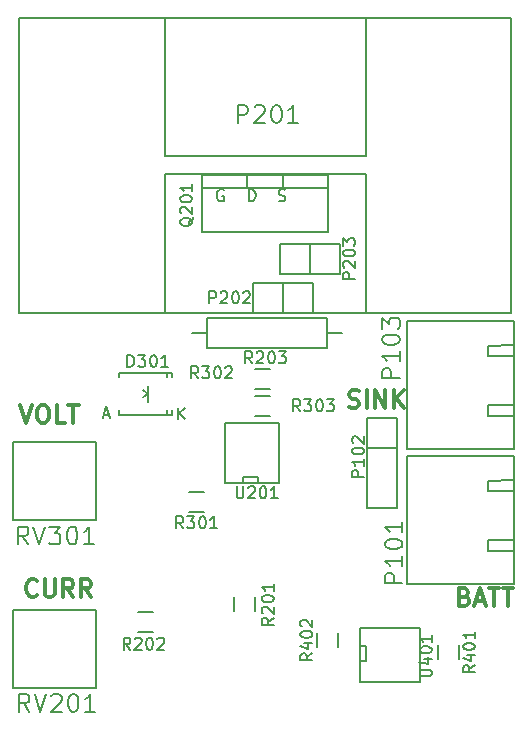
<source format=gto>
G04 #@! TF.FileFunction,Legend,Top*
%FSLAX46Y46*%
G04 Gerber Fmt 4.6, Leading zero omitted, Abs format (unit mm)*
G04 Created by KiCad (PCBNEW (2015-01-29 BZR 5396)-product) date 2/26/2015 9:25:46 PM*
%MOMM*%
G01*
G04 APERTURE LIST*
%ADD10C,0.100000*%
%ADD11C,0.300000*%
%ADD12C,0.150000*%
%ADD13R,3.500120X1.800860*%
%ADD14O,1.501140X2.499360*%
%ADD15R,1.300000X1.500000*%
%ADD16R,1.500000X1.300000*%
%ADD17C,1.998980*%
%ADD18R,1.143000X0.508000*%
%ADD19R,0.508000X1.143000*%
%ADD20C,2.500000*%
%ADD21C,2.600000*%
%ADD22R,2.032000X1.727200*%
%ADD23O,2.032000X1.727200*%
%ADD24R,2.032000X2.032000*%
%ADD25O,2.032000X2.032000*%
%ADD26C,1.200000*%
G04 APERTURE END LIST*
D10*
D11*
X149935714Y-100778571D02*
X150435714Y-102278571D01*
X150935714Y-100778571D01*
X151721428Y-100778571D02*
X152007142Y-100778571D01*
X152150000Y-100850000D01*
X152292857Y-100992857D01*
X152364285Y-101278571D01*
X152364285Y-101778571D01*
X152292857Y-102064286D01*
X152150000Y-102207143D01*
X152007142Y-102278571D01*
X151721428Y-102278571D01*
X151578571Y-102207143D01*
X151435714Y-102064286D01*
X151364285Y-101778571D01*
X151364285Y-101278571D01*
X151435714Y-100992857D01*
X151578571Y-100850000D01*
X151721428Y-100778571D01*
X153721429Y-102278571D02*
X153007143Y-102278571D01*
X153007143Y-100778571D01*
X154007143Y-100778571D02*
X154864286Y-100778571D01*
X154435715Y-102278571D02*
X154435715Y-100778571D01*
X151340572Y-116867714D02*
X151269143Y-116939143D01*
X151054857Y-117010571D01*
X150912000Y-117010571D01*
X150697715Y-116939143D01*
X150554857Y-116796286D01*
X150483429Y-116653429D01*
X150412000Y-116367714D01*
X150412000Y-116153429D01*
X150483429Y-115867714D01*
X150554857Y-115724857D01*
X150697715Y-115582000D01*
X150912000Y-115510571D01*
X151054857Y-115510571D01*
X151269143Y-115582000D01*
X151340572Y-115653429D01*
X151983429Y-115510571D02*
X151983429Y-116724857D01*
X152054857Y-116867714D01*
X152126286Y-116939143D01*
X152269143Y-117010571D01*
X152554857Y-117010571D01*
X152697715Y-116939143D01*
X152769143Y-116867714D01*
X152840572Y-116724857D01*
X152840572Y-115510571D01*
X154412001Y-117010571D02*
X153912001Y-116296286D01*
X153554858Y-117010571D02*
X153554858Y-115510571D01*
X154126286Y-115510571D01*
X154269144Y-115582000D01*
X154340572Y-115653429D01*
X154412001Y-115796286D01*
X154412001Y-116010571D01*
X154340572Y-116153429D01*
X154269144Y-116224857D01*
X154126286Y-116296286D01*
X153554858Y-116296286D01*
X155912001Y-117010571D02*
X155412001Y-116296286D01*
X155054858Y-117010571D02*
X155054858Y-115510571D01*
X155626286Y-115510571D01*
X155769144Y-115582000D01*
X155840572Y-115653429D01*
X155912001Y-115796286D01*
X155912001Y-116010571D01*
X155840572Y-116153429D01*
X155769144Y-116224857D01*
X155626286Y-116296286D01*
X155054858Y-116296286D01*
X177764571Y-100937143D02*
X177978857Y-101008571D01*
X178336000Y-101008571D01*
X178478857Y-100937143D01*
X178550286Y-100865714D01*
X178621714Y-100722857D01*
X178621714Y-100580000D01*
X178550286Y-100437143D01*
X178478857Y-100365714D01*
X178336000Y-100294286D01*
X178050286Y-100222857D01*
X177907428Y-100151429D01*
X177836000Y-100080000D01*
X177764571Y-99937143D01*
X177764571Y-99794286D01*
X177836000Y-99651429D01*
X177907428Y-99580000D01*
X178050286Y-99508571D01*
X178407428Y-99508571D01*
X178621714Y-99580000D01*
X179264571Y-101008571D02*
X179264571Y-99508571D01*
X179978857Y-101008571D02*
X179978857Y-99508571D01*
X180836000Y-101008571D01*
X180836000Y-99508571D01*
X181550286Y-101008571D02*
X181550286Y-99508571D01*
X182407429Y-101008571D02*
X181764572Y-100151429D01*
X182407429Y-99508571D02*
X181550286Y-100365714D01*
X187551429Y-116986857D02*
X187765715Y-117058286D01*
X187837143Y-117129714D01*
X187908572Y-117272571D01*
X187908572Y-117486857D01*
X187837143Y-117629714D01*
X187765715Y-117701143D01*
X187622857Y-117772571D01*
X187051429Y-117772571D01*
X187051429Y-116272571D01*
X187551429Y-116272571D01*
X187694286Y-116344000D01*
X187765715Y-116415429D01*
X187837143Y-116558286D01*
X187837143Y-116701143D01*
X187765715Y-116844000D01*
X187694286Y-116915429D01*
X187551429Y-116986857D01*
X187051429Y-116986857D01*
X188480000Y-117344000D02*
X189194286Y-117344000D01*
X188337143Y-117772571D02*
X188837143Y-116272571D01*
X189337143Y-117772571D01*
X189622857Y-116272571D02*
X190480000Y-116272571D01*
X190051429Y-117772571D02*
X190051429Y-116272571D01*
X190765714Y-116272571D02*
X191622857Y-116272571D01*
X191194286Y-117772571D02*
X191194286Y-116272571D01*
D12*
X160728660Y-99171760D02*
X160728660Y-100472240D01*
X160728660Y-99822000D02*
X160327340Y-100070920D01*
X160728660Y-99822000D02*
X160327340Y-99522280D01*
X162328860Y-101572060D02*
X162328860Y-101221540D01*
X162328860Y-98071940D02*
X162328860Y-98422460D01*
X162778440Y-101572060D02*
X162778440Y-101221540D01*
X158277560Y-101572060D02*
X158277560Y-101221540D01*
X158277560Y-98071940D02*
X158277560Y-98422460D01*
X162778440Y-98071940D02*
X162778440Y-98422460D01*
X158277560Y-101572060D02*
X162778440Y-101572060D01*
X158277560Y-98071940D02*
X162778440Y-98071940D01*
X169164000Y-81280000D02*
X169164000Y-82423000D01*
X172212000Y-81280000D02*
X172212000Y-82423000D01*
X176022000Y-82423000D02*
X176022000Y-86106000D01*
X176022000Y-86106000D02*
X165354000Y-86106000D01*
X165354000Y-86106000D02*
X165354000Y-82423000D01*
X176022000Y-81280000D02*
X176022000Y-82423000D01*
X176022000Y-82423000D02*
X165354000Y-82423000D01*
X165354000Y-82423000D02*
X165354000Y-81280000D01*
X170688000Y-81280000D02*
X165354000Y-81280000D01*
X170688000Y-81280000D02*
X176022000Y-81280000D01*
X169785000Y-117002000D02*
X169785000Y-118202000D01*
X168035000Y-118202000D02*
X168035000Y-117002000D01*
X161128000Y-120001000D02*
X159928000Y-120001000D01*
X159928000Y-118251000D02*
X161128000Y-118251000D01*
X175860000Y-95950000D02*
X175860000Y-93410000D01*
X175860000Y-93410000D02*
X165700000Y-93410000D01*
X165700000Y-93410000D02*
X165700000Y-95950000D01*
X165700000Y-95950000D02*
X175860000Y-95950000D01*
X164430000Y-94680000D02*
X165700000Y-94680000D01*
X177130000Y-94680000D02*
X175860000Y-94680000D01*
X165446000Y-109841000D02*
X164246000Y-109841000D01*
X164246000Y-108091000D02*
X165446000Y-108091000D01*
X169834000Y-99963000D02*
X171034000Y-99963000D01*
X171034000Y-101713000D02*
X169834000Y-101713000D01*
X171034000Y-99427000D02*
X169834000Y-99427000D01*
X169834000Y-97677000D02*
X171034000Y-97677000D01*
X185307000Y-122266000D02*
X185307000Y-121066000D01*
X187057000Y-121066000D02*
X187057000Y-122266000D01*
X176800000Y-120075000D02*
X176800000Y-121275000D01*
X175050000Y-121275000D02*
X175050000Y-120075000D01*
X167274000Y-107376000D02*
X167274000Y-102296000D01*
X167274000Y-102296000D02*
X171846000Y-102296000D01*
X171846000Y-102296000D02*
X171846000Y-107376000D01*
X171846000Y-107376000D02*
X167274000Y-107376000D01*
X168798000Y-107376000D02*
X168798000Y-106868000D01*
X168798000Y-106868000D02*
X170068000Y-106868000D01*
X170068000Y-106868000D02*
X170068000Y-107376000D01*
X178708000Y-119676000D02*
X183788000Y-119676000D01*
X183788000Y-119676000D02*
X183788000Y-124248000D01*
X183788000Y-124248000D02*
X178708000Y-124248000D01*
X178708000Y-124248000D02*
X178708000Y-119676000D01*
X178708000Y-121200000D02*
X179216000Y-121200000D01*
X179216000Y-121200000D02*
X179216000Y-122470000D01*
X179216000Y-122470000D02*
X178708000Y-122470000D01*
X179160000Y-81214000D02*
X179160000Y-92964000D01*
X179160000Y-79714000D02*
X179160000Y-67964000D01*
X162160000Y-79714000D02*
X162160000Y-67964000D01*
X162160000Y-81214000D02*
X162160000Y-92964000D01*
X162160000Y-81214000D02*
X179160000Y-81214000D01*
X162160000Y-79714000D02*
X179160000Y-79714000D01*
X149860000Y-92964000D02*
X149860000Y-67964000D01*
X191460000Y-67964000D02*
X149860000Y-67964000D01*
X191460000Y-92964000D02*
X191460000Y-67964000D01*
X149860000Y-92964000D02*
X191460000Y-92964000D01*
X189508000Y-107160000D02*
X191648000Y-107140000D01*
X189528000Y-108030000D02*
X189508000Y-107160000D01*
X191668000Y-108030000D02*
X189528000Y-108030000D01*
X191688000Y-113100000D02*
X189548000Y-113100000D01*
X189548000Y-113100000D02*
X189528000Y-112230000D01*
X189528000Y-112230000D02*
X191668000Y-112210000D01*
X182698000Y-115880000D02*
X191698000Y-115880000D01*
X191698000Y-115880000D02*
X191698000Y-105100000D01*
X182698000Y-105100000D02*
X191698000Y-105100000D01*
X182698000Y-115880000D02*
X182698000Y-105100000D01*
X189508000Y-95730000D02*
X191648000Y-95710000D01*
X189528000Y-96600000D02*
X189508000Y-95730000D01*
X191668000Y-96600000D02*
X189528000Y-96600000D01*
X191688000Y-101670000D02*
X189548000Y-101670000D01*
X189548000Y-101670000D02*
X189528000Y-100800000D01*
X189528000Y-100800000D02*
X191668000Y-100780000D01*
X182698000Y-104450000D02*
X191698000Y-104450000D01*
X191698000Y-104450000D02*
X191698000Y-93670000D01*
X182698000Y-93670000D02*
X191698000Y-93670000D01*
X182698000Y-104450000D02*
X182698000Y-93670000D01*
X179324000Y-104394000D02*
X179324000Y-109474000D01*
X179324000Y-109474000D02*
X181864000Y-109474000D01*
X181864000Y-109474000D02*
X181864000Y-104394000D01*
X181864000Y-101854000D02*
X181864000Y-104394000D01*
X181864000Y-104394000D02*
X179324000Y-104394000D01*
X181864000Y-101854000D02*
X179324000Y-101854000D01*
X179324000Y-101854000D02*
X179324000Y-104394000D01*
X172212000Y-92964000D02*
X172212000Y-90424000D01*
X174752000Y-92964000D02*
X174752000Y-90424000D01*
X174752000Y-90424000D02*
X172212000Y-90424000D01*
X172212000Y-90424000D02*
X169672000Y-90424000D01*
X169672000Y-90424000D02*
X169672000Y-92964000D01*
X169672000Y-92964000D02*
X174752000Y-92964000D01*
X174498000Y-87122000D02*
X174498000Y-89662000D01*
X171958000Y-87122000D02*
X171958000Y-89662000D01*
X171958000Y-89662000D02*
X174498000Y-89662000D01*
X174498000Y-89662000D02*
X177038000Y-89662000D01*
X177038000Y-89662000D02*
X177038000Y-87122000D01*
X177038000Y-87122000D02*
X171958000Y-87122000D01*
X149352000Y-103886000D02*
X156342000Y-103886000D01*
X156342000Y-110486000D02*
X156342000Y-103886000D01*
X149352000Y-110486000D02*
X156342000Y-110486000D01*
X149352000Y-103886000D02*
X149352000Y-110486000D01*
X149352000Y-118110000D02*
X156342000Y-118110000D01*
X156342000Y-124710000D02*
X156342000Y-118110000D01*
X149352000Y-124710000D02*
X156342000Y-124710000D01*
X149352000Y-118110000D02*
X149352000Y-124710000D01*
X159007524Y-97524381D02*
X159007524Y-96524381D01*
X159245619Y-96524381D01*
X159388477Y-96572000D01*
X159483715Y-96667238D01*
X159531334Y-96762476D01*
X159578953Y-96952952D01*
X159578953Y-97095810D01*
X159531334Y-97286286D01*
X159483715Y-97381524D01*
X159388477Y-97476762D01*
X159245619Y-97524381D01*
X159007524Y-97524381D01*
X159912286Y-96524381D02*
X160531334Y-96524381D01*
X160198000Y-96905333D01*
X160340858Y-96905333D01*
X160436096Y-96952952D01*
X160483715Y-97000571D01*
X160531334Y-97095810D01*
X160531334Y-97333905D01*
X160483715Y-97429143D01*
X160436096Y-97476762D01*
X160340858Y-97524381D01*
X160055143Y-97524381D01*
X159959905Y-97476762D01*
X159912286Y-97429143D01*
X161150381Y-96524381D02*
X161245620Y-96524381D01*
X161340858Y-96572000D01*
X161388477Y-96619619D01*
X161436096Y-96714857D01*
X161483715Y-96905333D01*
X161483715Y-97143429D01*
X161436096Y-97333905D01*
X161388477Y-97429143D01*
X161340858Y-97476762D01*
X161245620Y-97524381D01*
X161150381Y-97524381D01*
X161055143Y-97476762D01*
X161007524Y-97429143D01*
X160959905Y-97333905D01*
X160912286Y-97143429D01*
X160912286Y-96905333D01*
X160959905Y-96714857D01*
X161007524Y-96619619D01*
X161055143Y-96572000D01*
X161150381Y-96524381D01*
X162436096Y-97524381D02*
X161864667Y-97524381D01*
X162150381Y-97524381D02*
X162150381Y-96524381D01*
X162055143Y-96667238D01*
X161959905Y-96762476D01*
X161864667Y-96810095D01*
X156990445Y-101588867D02*
X157466636Y-101588867D01*
X156895207Y-101874581D02*
X157228540Y-100874581D01*
X157561874Y-101874581D01*
X163265835Y-101973641D02*
X163265835Y-100973641D01*
X163837264Y-101973641D02*
X163408692Y-101402212D01*
X163837264Y-100973641D02*
X163265835Y-101545070D01*
X164567619Y-84877619D02*
X164520000Y-84972857D01*
X164424762Y-85068095D01*
X164281905Y-85210952D01*
X164234286Y-85306191D01*
X164234286Y-85401429D01*
X164472381Y-85353810D02*
X164424762Y-85449048D01*
X164329524Y-85544286D01*
X164139048Y-85591905D01*
X163805714Y-85591905D01*
X163615238Y-85544286D01*
X163520000Y-85449048D01*
X163472381Y-85353810D01*
X163472381Y-85163333D01*
X163520000Y-85068095D01*
X163615238Y-84972857D01*
X163805714Y-84925238D01*
X164139048Y-84925238D01*
X164329524Y-84972857D01*
X164424762Y-85068095D01*
X164472381Y-85163333D01*
X164472381Y-85353810D01*
X163567619Y-84544286D02*
X163520000Y-84496667D01*
X163472381Y-84401429D01*
X163472381Y-84163333D01*
X163520000Y-84068095D01*
X163567619Y-84020476D01*
X163662857Y-83972857D01*
X163758095Y-83972857D01*
X163900952Y-84020476D01*
X164472381Y-84591905D01*
X164472381Y-83972857D01*
X163472381Y-83353810D02*
X163472381Y-83258571D01*
X163520000Y-83163333D01*
X163567619Y-83115714D01*
X163662857Y-83068095D01*
X163853333Y-83020476D01*
X164091429Y-83020476D01*
X164281905Y-83068095D01*
X164377143Y-83115714D01*
X164424762Y-83163333D01*
X164472381Y-83258571D01*
X164472381Y-83353810D01*
X164424762Y-83449048D01*
X164377143Y-83496667D01*
X164281905Y-83544286D01*
X164091429Y-83591905D01*
X163853333Y-83591905D01*
X163662857Y-83544286D01*
X163567619Y-83496667D01*
X163520000Y-83449048D01*
X163472381Y-83353810D01*
X164472381Y-82068095D02*
X164472381Y-82639524D01*
X164472381Y-82353810D02*
X163472381Y-82353810D01*
X163615238Y-82449048D01*
X163710476Y-82544286D01*
X163758095Y-82639524D01*
X171799286Y-83462762D02*
X171942143Y-83510381D01*
X172180239Y-83510381D01*
X172275477Y-83462762D01*
X172323096Y-83415143D01*
X172370715Y-83319905D01*
X172370715Y-83224667D01*
X172323096Y-83129429D01*
X172275477Y-83081810D01*
X172180239Y-83034190D01*
X171989762Y-82986571D01*
X171894524Y-82938952D01*
X171846905Y-82891333D01*
X171799286Y-82796095D01*
X171799286Y-82700857D01*
X171846905Y-82605619D01*
X171894524Y-82558000D01*
X171989762Y-82510381D01*
X172227858Y-82510381D01*
X172370715Y-82558000D01*
X169283095Y-83510381D02*
X169283095Y-82510381D01*
X169521190Y-82510381D01*
X169664048Y-82558000D01*
X169759286Y-82653238D01*
X169806905Y-82748476D01*
X169854524Y-82938952D01*
X169854524Y-83081810D01*
X169806905Y-83272286D01*
X169759286Y-83367524D01*
X169664048Y-83462762D01*
X169521190Y-83510381D01*
X169283095Y-83510381D01*
X167139905Y-82558000D02*
X167044667Y-82510381D01*
X166901810Y-82510381D01*
X166758952Y-82558000D01*
X166663714Y-82653238D01*
X166616095Y-82748476D01*
X166568476Y-82938952D01*
X166568476Y-83081810D01*
X166616095Y-83272286D01*
X166663714Y-83367524D01*
X166758952Y-83462762D01*
X166901810Y-83510381D01*
X166997048Y-83510381D01*
X167139905Y-83462762D01*
X167187524Y-83415143D01*
X167187524Y-83081810D01*
X166997048Y-83081810D01*
X171382381Y-118781047D02*
X170906190Y-119114381D01*
X171382381Y-119352476D02*
X170382381Y-119352476D01*
X170382381Y-118971523D01*
X170430000Y-118876285D01*
X170477619Y-118828666D01*
X170572857Y-118781047D01*
X170715714Y-118781047D01*
X170810952Y-118828666D01*
X170858571Y-118876285D01*
X170906190Y-118971523D01*
X170906190Y-119352476D01*
X170477619Y-118400095D02*
X170430000Y-118352476D01*
X170382381Y-118257238D01*
X170382381Y-118019142D01*
X170430000Y-117923904D01*
X170477619Y-117876285D01*
X170572857Y-117828666D01*
X170668095Y-117828666D01*
X170810952Y-117876285D01*
X171382381Y-118447714D01*
X171382381Y-117828666D01*
X170382381Y-117209619D02*
X170382381Y-117114380D01*
X170430000Y-117019142D01*
X170477619Y-116971523D01*
X170572857Y-116923904D01*
X170763333Y-116876285D01*
X171001429Y-116876285D01*
X171191905Y-116923904D01*
X171287143Y-116971523D01*
X171334762Y-117019142D01*
X171382381Y-117114380D01*
X171382381Y-117209619D01*
X171334762Y-117304857D01*
X171287143Y-117352476D01*
X171191905Y-117400095D01*
X171001429Y-117447714D01*
X170763333Y-117447714D01*
X170572857Y-117400095D01*
X170477619Y-117352476D01*
X170430000Y-117304857D01*
X170382381Y-117209619D01*
X171382381Y-115923904D02*
X171382381Y-116495333D01*
X171382381Y-116209619D02*
X170382381Y-116209619D01*
X170525238Y-116304857D01*
X170620476Y-116400095D01*
X170668095Y-116495333D01*
X159248953Y-121478381D02*
X158915619Y-121002190D01*
X158677524Y-121478381D02*
X158677524Y-120478381D01*
X159058477Y-120478381D01*
X159153715Y-120526000D01*
X159201334Y-120573619D01*
X159248953Y-120668857D01*
X159248953Y-120811714D01*
X159201334Y-120906952D01*
X159153715Y-120954571D01*
X159058477Y-121002190D01*
X158677524Y-121002190D01*
X159629905Y-120573619D02*
X159677524Y-120526000D01*
X159772762Y-120478381D01*
X160010858Y-120478381D01*
X160106096Y-120526000D01*
X160153715Y-120573619D01*
X160201334Y-120668857D01*
X160201334Y-120764095D01*
X160153715Y-120906952D01*
X159582286Y-121478381D01*
X160201334Y-121478381D01*
X160820381Y-120478381D02*
X160915620Y-120478381D01*
X161010858Y-120526000D01*
X161058477Y-120573619D01*
X161106096Y-120668857D01*
X161153715Y-120859333D01*
X161153715Y-121097429D01*
X161106096Y-121287905D01*
X161058477Y-121383143D01*
X161010858Y-121430762D01*
X160915620Y-121478381D01*
X160820381Y-121478381D01*
X160725143Y-121430762D01*
X160677524Y-121383143D01*
X160629905Y-121287905D01*
X160582286Y-121097429D01*
X160582286Y-120859333D01*
X160629905Y-120668857D01*
X160677524Y-120573619D01*
X160725143Y-120526000D01*
X160820381Y-120478381D01*
X161534667Y-120573619D02*
X161582286Y-120526000D01*
X161677524Y-120478381D01*
X161915620Y-120478381D01*
X162010858Y-120526000D01*
X162058477Y-120573619D01*
X162106096Y-120668857D01*
X162106096Y-120764095D01*
X162058477Y-120906952D01*
X161487048Y-121478381D01*
X162106096Y-121478381D01*
X169568953Y-97226381D02*
X169235619Y-96750190D01*
X168997524Y-97226381D02*
X168997524Y-96226381D01*
X169378477Y-96226381D01*
X169473715Y-96274000D01*
X169521334Y-96321619D01*
X169568953Y-96416857D01*
X169568953Y-96559714D01*
X169521334Y-96654952D01*
X169473715Y-96702571D01*
X169378477Y-96750190D01*
X168997524Y-96750190D01*
X169949905Y-96321619D02*
X169997524Y-96274000D01*
X170092762Y-96226381D01*
X170330858Y-96226381D01*
X170426096Y-96274000D01*
X170473715Y-96321619D01*
X170521334Y-96416857D01*
X170521334Y-96512095D01*
X170473715Y-96654952D01*
X169902286Y-97226381D01*
X170521334Y-97226381D01*
X171140381Y-96226381D02*
X171235620Y-96226381D01*
X171330858Y-96274000D01*
X171378477Y-96321619D01*
X171426096Y-96416857D01*
X171473715Y-96607333D01*
X171473715Y-96845429D01*
X171426096Y-97035905D01*
X171378477Y-97131143D01*
X171330858Y-97178762D01*
X171235620Y-97226381D01*
X171140381Y-97226381D01*
X171045143Y-97178762D01*
X170997524Y-97131143D01*
X170949905Y-97035905D01*
X170902286Y-96845429D01*
X170902286Y-96607333D01*
X170949905Y-96416857D01*
X170997524Y-96321619D01*
X171045143Y-96274000D01*
X171140381Y-96226381D01*
X171807048Y-96226381D02*
X172426096Y-96226381D01*
X172092762Y-96607333D01*
X172235620Y-96607333D01*
X172330858Y-96654952D01*
X172378477Y-96702571D01*
X172426096Y-96797810D01*
X172426096Y-97035905D01*
X172378477Y-97131143D01*
X172330858Y-97178762D01*
X172235620Y-97226381D01*
X171949905Y-97226381D01*
X171854667Y-97178762D01*
X171807048Y-97131143D01*
X163726953Y-111196381D02*
X163393619Y-110720190D01*
X163155524Y-111196381D02*
X163155524Y-110196381D01*
X163536477Y-110196381D01*
X163631715Y-110244000D01*
X163679334Y-110291619D01*
X163726953Y-110386857D01*
X163726953Y-110529714D01*
X163679334Y-110624952D01*
X163631715Y-110672571D01*
X163536477Y-110720190D01*
X163155524Y-110720190D01*
X164060286Y-110196381D02*
X164679334Y-110196381D01*
X164346000Y-110577333D01*
X164488858Y-110577333D01*
X164584096Y-110624952D01*
X164631715Y-110672571D01*
X164679334Y-110767810D01*
X164679334Y-111005905D01*
X164631715Y-111101143D01*
X164584096Y-111148762D01*
X164488858Y-111196381D01*
X164203143Y-111196381D01*
X164107905Y-111148762D01*
X164060286Y-111101143D01*
X165298381Y-110196381D02*
X165393620Y-110196381D01*
X165488858Y-110244000D01*
X165536477Y-110291619D01*
X165584096Y-110386857D01*
X165631715Y-110577333D01*
X165631715Y-110815429D01*
X165584096Y-111005905D01*
X165536477Y-111101143D01*
X165488858Y-111148762D01*
X165393620Y-111196381D01*
X165298381Y-111196381D01*
X165203143Y-111148762D01*
X165155524Y-111101143D01*
X165107905Y-111005905D01*
X165060286Y-110815429D01*
X165060286Y-110577333D01*
X165107905Y-110386857D01*
X165155524Y-110291619D01*
X165203143Y-110244000D01*
X165298381Y-110196381D01*
X166584096Y-111196381D02*
X166012667Y-111196381D01*
X166298381Y-111196381D02*
X166298381Y-110196381D01*
X166203143Y-110339238D01*
X166107905Y-110434476D01*
X166012667Y-110482095D01*
X164996953Y-98496381D02*
X164663619Y-98020190D01*
X164425524Y-98496381D02*
X164425524Y-97496381D01*
X164806477Y-97496381D01*
X164901715Y-97544000D01*
X164949334Y-97591619D01*
X164996953Y-97686857D01*
X164996953Y-97829714D01*
X164949334Y-97924952D01*
X164901715Y-97972571D01*
X164806477Y-98020190D01*
X164425524Y-98020190D01*
X165330286Y-97496381D02*
X165949334Y-97496381D01*
X165616000Y-97877333D01*
X165758858Y-97877333D01*
X165854096Y-97924952D01*
X165901715Y-97972571D01*
X165949334Y-98067810D01*
X165949334Y-98305905D01*
X165901715Y-98401143D01*
X165854096Y-98448762D01*
X165758858Y-98496381D01*
X165473143Y-98496381D01*
X165377905Y-98448762D01*
X165330286Y-98401143D01*
X166568381Y-97496381D02*
X166663620Y-97496381D01*
X166758858Y-97544000D01*
X166806477Y-97591619D01*
X166854096Y-97686857D01*
X166901715Y-97877333D01*
X166901715Y-98115429D01*
X166854096Y-98305905D01*
X166806477Y-98401143D01*
X166758858Y-98448762D01*
X166663620Y-98496381D01*
X166568381Y-98496381D01*
X166473143Y-98448762D01*
X166425524Y-98401143D01*
X166377905Y-98305905D01*
X166330286Y-98115429D01*
X166330286Y-97877333D01*
X166377905Y-97686857D01*
X166425524Y-97591619D01*
X166473143Y-97544000D01*
X166568381Y-97496381D01*
X167282667Y-97591619D02*
X167330286Y-97544000D01*
X167425524Y-97496381D01*
X167663620Y-97496381D01*
X167758858Y-97544000D01*
X167806477Y-97591619D01*
X167854096Y-97686857D01*
X167854096Y-97782095D01*
X167806477Y-97924952D01*
X167235048Y-98496381D01*
X167854096Y-98496381D01*
X173632953Y-101290381D02*
X173299619Y-100814190D01*
X173061524Y-101290381D02*
X173061524Y-100290381D01*
X173442477Y-100290381D01*
X173537715Y-100338000D01*
X173585334Y-100385619D01*
X173632953Y-100480857D01*
X173632953Y-100623714D01*
X173585334Y-100718952D01*
X173537715Y-100766571D01*
X173442477Y-100814190D01*
X173061524Y-100814190D01*
X173966286Y-100290381D02*
X174585334Y-100290381D01*
X174252000Y-100671333D01*
X174394858Y-100671333D01*
X174490096Y-100718952D01*
X174537715Y-100766571D01*
X174585334Y-100861810D01*
X174585334Y-101099905D01*
X174537715Y-101195143D01*
X174490096Y-101242762D01*
X174394858Y-101290381D01*
X174109143Y-101290381D01*
X174013905Y-101242762D01*
X173966286Y-101195143D01*
X175204381Y-100290381D02*
X175299620Y-100290381D01*
X175394858Y-100338000D01*
X175442477Y-100385619D01*
X175490096Y-100480857D01*
X175537715Y-100671333D01*
X175537715Y-100909429D01*
X175490096Y-101099905D01*
X175442477Y-101195143D01*
X175394858Y-101242762D01*
X175299620Y-101290381D01*
X175204381Y-101290381D01*
X175109143Y-101242762D01*
X175061524Y-101195143D01*
X175013905Y-101099905D01*
X174966286Y-100909429D01*
X174966286Y-100671333D01*
X175013905Y-100480857D01*
X175061524Y-100385619D01*
X175109143Y-100338000D01*
X175204381Y-100290381D01*
X175871048Y-100290381D02*
X176490096Y-100290381D01*
X176156762Y-100671333D01*
X176299620Y-100671333D01*
X176394858Y-100718952D01*
X176442477Y-100766571D01*
X176490096Y-100861810D01*
X176490096Y-101099905D01*
X176442477Y-101195143D01*
X176394858Y-101242762D01*
X176299620Y-101290381D01*
X176013905Y-101290381D01*
X175918667Y-101242762D01*
X175871048Y-101195143D01*
X188420381Y-122813047D02*
X187944190Y-123146381D01*
X188420381Y-123384476D02*
X187420381Y-123384476D01*
X187420381Y-123003523D01*
X187468000Y-122908285D01*
X187515619Y-122860666D01*
X187610857Y-122813047D01*
X187753714Y-122813047D01*
X187848952Y-122860666D01*
X187896571Y-122908285D01*
X187944190Y-123003523D01*
X187944190Y-123384476D01*
X187753714Y-121955904D02*
X188420381Y-121955904D01*
X187372762Y-122194000D02*
X188087048Y-122432095D01*
X188087048Y-121813047D01*
X187420381Y-121241619D02*
X187420381Y-121146380D01*
X187468000Y-121051142D01*
X187515619Y-121003523D01*
X187610857Y-120955904D01*
X187801333Y-120908285D01*
X188039429Y-120908285D01*
X188229905Y-120955904D01*
X188325143Y-121003523D01*
X188372762Y-121051142D01*
X188420381Y-121146380D01*
X188420381Y-121241619D01*
X188372762Y-121336857D01*
X188325143Y-121384476D01*
X188229905Y-121432095D01*
X188039429Y-121479714D01*
X187801333Y-121479714D01*
X187610857Y-121432095D01*
X187515619Y-121384476D01*
X187468000Y-121336857D01*
X187420381Y-121241619D01*
X188420381Y-119955904D02*
X188420381Y-120527333D01*
X188420381Y-120241619D02*
X187420381Y-120241619D01*
X187563238Y-120336857D01*
X187658476Y-120432095D01*
X187706095Y-120527333D01*
X174651381Y-121792047D02*
X174175190Y-122125381D01*
X174651381Y-122363476D02*
X173651381Y-122363476D01*
X173651381Y-121982523D01*
X173699000Y-121887285D01*
X173746619Y-121839666D01*
X173841857Y-121792047D01*
X173984714Y-121792047D01*
X174079952Y-121839666D01*
X174127571Y-121887285D01*
X174175190Y-121982523D01*
X174175190Y-122363476D01*
X173984714Y-120934904D02*
X174651381Y-120934904D01*
X173603762Y-121173000D02*
X174318048Y-121411095D01*
X174318048Y-120792047D01*
X173651381Y-120220619D02*
X173651381Y-120125380D01*
X173699000Y-120030142D01*
X173746619Y-119982523D01*
X173841857Y-119934904D01*
X174032333Y-119887285D01*
X174270429Y-119887285D01*
X174460905Y-119934904D01*
X174556143Y-119982523D01*
X174603762Y-120030142D01*
X174651381Y-120125380D01*
X174651381Y-120220619D01*
X174603762Y-120315857D01*
X174556143Y-120363476D01*
X174460905Y-120411095D01*
X174270429Y-120458714D01*
X174032333Y-120458714D01*
X173841857Y-120411095D01*
X173746619Y-120363476D01*
X173699000Y-120315857D01*
X173651381Y-120220619D01*
X173746619Y-119506333D02*
X173699000Y-119458714D01*
X173651381Y-119363476D01*
X173651381Y-119125380D01*
X173699000Y-119030142D01*
X173746619Y-118982523D01*
X173841857Y-118934904D01*
X173937095Y-118934904D01*
X174079952Y-118982523D01*
X174651381Y-119553952D01*
X174651381Y-118934904D01*
X168249714Y-107654381D02*
X168249714Y-108463905D01*
X168297333Y-108559143D01*
X168344952Y-108606762D01*
X168440190Y-108654381D01*
X168630667Y-108654381D01*
X168725905Y-108606762D01*
X168773524Y-108559143D01*
X168821143Y-108463905D01*
X168821143Y-107654381D01*
X169249714Y-107749619D02*
X169297333Y-107702000D01*
X169392571Y-107654381D01*
X169630667Y-107654381D01*
X169725905Y-107702000D01*
X169773524Y-107749619D01*
X169821143Y-107844857D01*
X169821143Y-107940095D01*
X169773524Y-108082952D01*
X169202095Y-108654381D01*
X169821143Y-108654381D01*
X170440190Y-107654381D02*
X170535429Y-107654381D01*
X170630667Y-107702000D01*
X170678286Y-107749619D01*
X170725905Y-107844857D01*
X170773524Y-108035333D01*
X170773524Y-108273429D01*
X170725905Y-108463905D01*
X170678286Y-108559143D01*
X170630667Y-108606762D01*
X170535429Y-108654381D01*
X170440190Y-108654381D01*
X170344952Y-108606762D01*
X170297333Y-108559143D01*
X170249714Y-108463905D01*
X170202095Y-108273429D01*
X170202095Y-108035333D01*
X170249714Y-107844857D01*
X170297333Y-107749619D01*
X170344952Y-107702000D01*
X170440190Y-107654381D01*
X171725905Y-108654381D02*
X171154476Y-108654381D01*
X171440190Y-108654381D02*
X171440190Y-107654381D01*
X171344952Y-107797238D01*
X171249714Y-107892476D01*
X171154476Y-107940095D01*
X183756381Y-123726286D02*
X184565905Y-123726286D01*
X184661143Y-123678667D01*
X184708762Y-123631048D01*
X184756381Y-123535810D01*
X184756381Y-123345333D01*
X184708762Y-123250095D01*
X184661143Y-123202476D01*
X184565905Y-123154857D01*
X183756381Y-123154857D01*
X184089714Y-122250095D02*
X184756381Y-122250095D01*
X183708762Y-122488191D02*
X184423048Y-122726286D01*
X184423048Y-122107238D01*
X183756381Y-121535810D02*
X183756381Y-121440571D01*
X183804000Y-121345333D01*
X183851619Y-121297714D01*
X183946857Y-121250095D01*
X184137333Y-121202476D01*
X184375429Y-121202476D01*
X184565905Y-121250095D01*
X184661143Y-121297714D01*
X184708762Y-121345333D01*
X184756381Y-121440571D01*
X184756381Y-121535810D01*
X184708762Y-121631048D01*
X184661143Y-121678667D01*
X184565905Y-121726286D01*
X184375429Y-121773905D01*
X184137333Y-121773905D01*
X183946857Y-121726286D01*
X183851619Y-121678667D01*
X183804000Y-121631048D01*
X183756381Y-121535810D01*
X184756381Y-120250095D02*
X184756381Y-120821524D01*
X184756381Y-120535810D02*
X183756381Y-120535810D01*
X183899238Y-120631048D01*
X183994476Y-120726286D01*
X184042095Y-120821524D01*
X168334287Y-76882571D02*
X168334287Y-75382571D01*
X168905715Y-75382571D01*
X169048573Y-75454000D01*
X169120001Y-75525429D01*
X169191430Y-75668286D01*
X169191430Y-75882571D01*
X169120001Y-76025429D01*
X169048573Y-76096857D01*
X168905715Y-76168286D01*
X168334287Y-76168286D01*
X169762858Y-75525429D02*
X169834287Y-75454000D01*
X169977144Y-75382571D01*
X170334287Y-75382571D01*
X170477144Y-75454000D01*
X170548573Y-75525429D01*
X170620001Y-75668286D01*
X170620001Y-75811143D01*
X170548573Y-76025429D01*
X169691430Y-76882571D01*
X170620001Y-76882571D01*
X171548572Y-75382571D02*
X171691429Y-75382571D01*
X171834286Y-75454000D01*
X171905715Y-75525429D01*
X171977144Y-75668286D01*
X172048572Y-75954000D01*
X172048572Y-76311143D01*
X171977144Y-76596857D01*
X171905715Y-76739714D01*
X171834286Y-76811143D01*
X171691429Y-76882571D01*
X171548572Y-76882571D01*
X171405715Y-76811143D01*
X171334286Y-76739714D01*
X171262858Y-76596857D01*
X171191429Y-76311143D01*
X171191429Y-75954000D01*
X171262858Y-75668286D01*
X171334286Y-75525429D01*
X171405715Y-75454000D01*
X171548572Y-75382571D01*
X173477143Y-76882571D02*
X172620000Y-76882571D01*
X173048572Y-76882571D02*
X173048572Y-75382571D01*
X172905715Y-75596857D01*
X172762857Y-75739714D01*
X172620000Y-75811143D01*
X182288571Y-115819713D02*
X180788571Y-115819713D01*
X180788571Y-115248285D01*
X180860000Y-115105427D01*
X180931429Y-115033999D01*
X181074286Y-114962570D01*
X181288571Y-114962570D01*
X181431429Y-115033999D01*
X181502857Y-115105427D01*
X181574286Y-115248285D01*
X181574286Y-115819713D01*
X182288571Y-113533999D02*
X182288571Y-114391142D01*
X182288571Y-113962570D02*
X180788571Y-113962570D01*
X181002857Y-114105427D01*
X181145714Y-114248285D01*
X181217143Y-114391142D01*
X180788571Y-112605428D02*
X180788571Y-112462571D01*
X180860000Y-112319714D01*
X180931429Y-112248285D01*
X181074286Y-112176856D01*
X181360000Y-112105428D01*
X181717143Y-112105428D01*
X182002857Y-112176856D01*
X182145714Y-112248285D01*
X182217143Y-112319714D01*
X182288571Y-112462571D01*
X182288571Y-112605428D01*
X182217143Y-112748285D01*
X182145714Y-112819714D01*
X182002857Y-112891142D01*
X181717143Y-112962571D01*
X181360000Y-112962571D01*
X181074286Y-112891142D01*
X180931429Y-112819714D01*
X180860000Y-112748285D01*
X180788571Y-112605428D01*
X182288571Y-110676857D02*
X182288571Y-111534000D01*
X182288571Y-111105428D02*
X180788571Y-111105428D01*
X181002857Y-111248285D01*
X181145714Y-111391143D01*
X181217143Y-111534000D01*
X182056571Y-98505713D02*
X180556571Y-98505713D01*
X180556571Y-97934285D01*
X180628000Y-97791427D01*
X180699429Y-97719999D01*
X180842286Y-97648570D01*
X181056571Y-97648570D01*
X181199429Y-97719999D01*
X181270857Y-97791427D01*
X181342286Y-97934285D01*
X181342286Y-98505713D01*
X182056571Y-96219999D02*
X182056571Y-97077142D01*
X182056571Y-96648570D02*
X180556571Y-96648570D01*
X180770857Y-96791427D01*
X180913714Y-96934285D01*
X180985143Y-97077142D01*
X180556571Y-95291428D02*
X180556571Y-95148571D01*
X180628000Y-95005714D01*
X180699429Y-94934285D01*
X180842286Y-94862856D01*
X181128000Y-94791428D01*
X181485143Y-94791428D01*
X181770857Y-94862856D01*
X181913714Y-94934285D01*
X181985143Y-95005714D01*
X182056571Y-95148571D01*
X182056571Y-95291428D01*
X181985143Y-95434285D01*
X181913714Y-95505714D01*
X181770857Y-95577142D01*
X181485143Y-95648571D01*
X181128000Y-95648571D01*
X180842286Y-95577142D01*
X180699429Y-95505714D01*
X180628000Y-95434285D01*
X180556571Y-95291428D01*
X180556571Y-94291428D02*
X180556571Y-93362857D01*
X181128000Y-93862857D01*
X181128000Y-93648571D01*
X181199429Y-93505714D01*
X181270857Y-93434285D01*
X181413714Y-93362857D01*
X181770857Y-93362857D01*
X181913714Y-93434285D01*
X181985143Y-93505714D01*
X182056571Y-93648571D01*
X182056571Y-94077143D01*
X181985143Y-94220000D01*
X181913714Y-94291428D01*
X179014381Y-106846476D02*
X178014381Y-106846476D01*
X178014381Y-106465523D01*
X178062000Y-106370285D01*
X178109619Y-106322666D01*
X178204857Y-106275047D01*
X178347714Y-106275047D01*
X178442952Y-106322666D01*
X178490571Y-106370285D01*
X178538190Y-106465523D01*
X178538190Y-106846476D01*
X179014381Y-105322666D02*
X179014381Y-105894095D01*
X179014381Y-105608381D02*
X178014381Y-105608381D01*
X178157238Y-105703619D01*
X178252476Y-105798857D01*
X178300095Y-105894095D01*
X178014381Y-104703619D02*
X178014381Y-104608380D01*
X178062000Y-104513142D01*
X178109619Y-104465523D01*
X178204857Y-104417904D01*
X178395333Y-104370285D01*
X178633429Y-104370285D01*
X178823905Y-104417904D01*
X178919143Y-104465523D01*
X178966762Y-104513142D01*
X179014381Y-104608380D01*
X179014381Y-104703619D01*
X178966762Y-104798857D01*
X178919143Y-104846476D01*
X178823905Y-104894095D01*
X178633429Y-104941714D01*
X178395333Y-104941714D01*
X178204857Y-104894095D01*
X178109619Y-104846476D01*
X178062000Y-104798857D01*
X178014381Y-104703619D01*
X178109619Y-103989333D02*
X178062000Y-103941714D01*
X178014381Y-103846476D01*
X178014381Y-103608380D01*
X178062000Y-103513142D01*
X178109619Y-103465523D01*
X178204857Y-103417904D01*
X178300095Y-103417904D01*
X178442952Y-103465523D01*
X179014381Y-104036952D01*
X179014381Y-103417904D01*
X165949524Y-92146381D02*
X165949524Y-91146381D01*
X166330477Y-91146381D01*
X166425715Y-91194000D01*
X166473334Y-91241619D01*
X166520953Y-91336857D01*
X166520953Y-91479714D01*
X166473334Y-91574952D01*
X166425715Y-91622571D01*
X166330477Y-91670190D01*
X165949524Y-91670190D01*
X166901905Y-91241619D02*
X166949524Y-91194000D01*
X167044762Y-91146381D01*
X167282858Y-91146381D01*
X167378096Y-91194000D01*
X167425715Y-91241619D01*
X167473334Y-91336857D01*
X167473334Y-91432095D01*
X167425715Y-91574952D01*
X166854286Y-92146381D01*
X167473334Y-92146381D01*
X168092381Y-91146381D02*
X168187620Y-91146381D01*
X168282858Y-91194000D01*
X168330477Y-91241619D01*
X168378096Y-91336857D01*
X168425715Y-91527333D01*
X168425715Y-91765429D01*
X168378096Y-91955905D01*
X168330477Y-92051143D01*
X168282858Y-92098762D01*
X168187620Y-92146381D01*
X168092381Y-92146381D01*
X167997143Y-92098762D01*
X167949524Y-92051143D01*
X167901905Y-91955905D01*
X167854286Y-91765429D01*
X167854286Y-91527333D01*
X167901905Y-91336857D01*
X167949524Y-91241619D01*
X167997143Y-91194000D01*
X168092381Y-91146381D01*
X168806667Y-91241619D02*
X168854286Y-91194000D01*
X168949524Y-91146381D01*
X169187620Y-91146381D01*
X169282858Y-91194000D01*
X169330477Y-91241619D01*
X169378096Y-91336857D01*
X169378096Y-91432095D01*
X169330477Y-91574952D01*
X168759048Y-92146381D01*
X169378096Y-92146381D01*
X178252381Y-90082476D02*
X177252381Y-90082476D01*
X177252381Y-89701523D01*
X177300000Y-89606285D01*
X177347619Y-89558666D01*
X177442857Y-89511047D01*
X177585714Y-89511047D01*
X177680952Y-89558666D01*
X177728571Y-89606285D01*
X177776190Y-89701523D01*
X177776190Y-90082476D01*
X177347619Y-89130095D02*
X177300000Y-89082476D01*
X177252381Y-88987238D01*
X177252381Y-88749142D01*
X177300000Y-88653904D01*
X177347619Y-88606285D01*
X177442857Y-88558666D01*
X177538095Y-88558666D01*
X177680952Y-88606285D01*
X178252381Y-89177714D01*
X178252381Y-88558666D01*
X177252381Y-87939619D02*
X177252381Y-87844380D01*
X177300000Y-87749142D01*
X177347619Y-87701523D01*
X177442857Y-87653904D01*
X177633333Y-87606285D01*
X177871429Y-87606285D01*
X178061905Y-87653904D01*
X178157143Y-87701523D01*
X178204762Y-87749142D01*
X178252381Y-87844380D01*
X178252381Y-87939619D01*
X178204762Y-88034857D01*
X178157143Y-88082476D01*
X178061905Y-88130095D01*
X177871429Y-88177714D01*
X177633333Y-88177714D01*
X177442857Y-88130095D01*
X177347619Y-88082476D01*
X177300000Y-88034857D01*
X177252381Y-87939619D01*
X177252381Y-87272952D02*
X177252381Y-86653904D01*
X177633333Y-86987238D01*
X177633333Y-86844380D01*
X177680952Y-86749142D01*
X177728571Y-86701523D01*
X177823810Y-86653904D01*
X178061905Y-86653904D01*
X178157143Y-86701523D01*
X178204762Y-86749142D01*
X178252381Y-86844380D01*
X178252381Y-87130095D01*
X178204762Y-87225333D01*
X178157143Y-87272952D01*
X150618573Y-112558571D02*
X150118573Y-111844286D01*
X149761430Y-112558571D02*
X149761430Y-111058571D01*
X150332858Y-111058571D01*
X150475716Y-111130000D01*
X150547144Y-111201429D01*
X150618573Y-111344286D01*
X150618573Y-111558571D01*
X150547144Y-111701429D01*
X150475716Y-111772857D01*
X150332858Y-111844286D01*
X149761430Y-111844286D01*
X151047144Y-111058571D02*
X151547144Y-112558571D01*
X152047144Y-111058571D01*
X152404287Y-111058571D02*
X153332858Y-111058571D01*
X152832858Y-111630000D01*
X153047144Y-111630000D01*
X153190001Y-111701429D01*
X153261430Y-111772857D01*
X153332858Y-111915714D01*
X153332858Y-112272857D01*
X153261430Y-112415714D01*
X153190001Y-112487143D01*
X153047144Y-112558571D01*
X152618572Y-112558571D01*
X152475715Y-112487143D01*
X152404287Y-112415714D01*
X154261429Y-111058571D02*
X154404286Y-111058571D01*
X154547143Y-111130000D01*
X154618572Y-111201429D01*
X154690001Y-111344286D01*
X154761429Y-111630000D01*
X154761429Y-111987143D01*
X154690001Y-112272857D01*
X154618572Y-112415714D01*
X154547143Y-112487143D01*
X154404286Y-112558571D01*
X154261429Y-112558571D01*
X154118572Y-112487143D01*
X154047143Y-112415714D01*
X153975715Y-112272857D01*
X153904286Y-111987143D01*
X153904286Y-111630000D01*
X153975715Y-111344286D01*
X154047143Y-111201429D01*
X154118572Y-111130000D01*
X154261429Y-111058571D01*
X156190000Y-112558571D02*
X155332857Y-112558571D01*
X155761429Y-112558571D02*
X155761429Y-111058571D01*
X155618572Y-111272857D01*
X155475714Y-111415714D01*
X155332857Y-111487143D01*
X150708573Y-126728571D02*
X150208573Y-126014286D01*
X149851430Y-126728571D02*
X149851430Y-125228571D01*
X150422858Y-125228571D01*
X150565716Y-125300000D01*
X150637144Y-125371429D01*
X150708573Y-125514286D01*
X150708573Y-125728571D01*
X150637144Y-125871429D01*
X150565716Y-125942857D01*
X150422858Y-126014286D01*
X149851430Y-126014286D01*
X151137144Y-125228571D02*
X151637144Y-126728571D01*
X152137144Y-125228571D01*
X152565715Y-125371429D02*
X152637144Y-125300000D01*
X152780001Y-125228571D01*
X153137144Y-125228571D01*
X153280001Y-125300000D01*
X153351430Y-125371429D01*
X153422858Y-125514286D01*
X153422858Y-125657143D01*
X153351430Y-125871429D01*
X152494287Y-126728571D01*
X153422858Y-126728571D01*
X154351429Y-125228571D02*
X154494286Y-125228571D01*
X154637143Y-125300000D01*
X154708572Y-125371429D01*
X154780001Y-125514286D01*
X154851429Y-125800000D01*
X154851429Y-126157143D01*
X154780001Y-126442857D01*
X154708572Y-126585714D01*
X154637143Y-126657143D01*
X154494286Y-126728571D01*
X154351429Y-126728571D01*
X154208572Y-126657143D01*
X154137143Y-126585714D01*
X154065715Y-126442857D01*
X153994286Y-126157143D01*
X153994286Y-125800000D01*
X154065715Y-125514286D01*
X154137143Y-125371429D01*
X154208572Y-125300000D01*
X154351429Y-125228571D01*
X156280000Y-126728571D02*
X155422857Y-126728571D01*
X155851429Y-126728571D02*
X155851429Y-125228571D01*
X155708572Y-125442857D01*
X155565714Y-125585714D01*
X155422857Y-125657143D01*
%LPC*%
D13*
X158028640Y-99822000D03*
X163027360Y-99822000D03*
D14*
X170688000Y-84328000D03*
X168148000Y-84328000D03*
X173228000Y-84328000D03*
D15*
X168910000Y-118952000D03*
X168910000Y-116252000D03*
D16*
X159178000Y-119126000D03*
X161878000Y-119126000D03*
D17*
X178280000Y-94680000D03*
X163280000Y-94680000D03*
D16*
X163496000Y-108966000D03*
X166196000Y-108966000D03*
X171784000Y-100838000D03*
X169084000Y-100838000D03*
X169084000Y-98552000D03*
X171784000Y-98552000D03*
D15*
X186182000Y-120316000D03*
X186182000Y-123016000D03*
X175925000Y-122025000D03*
X175925000Y-119325000D03*
D18*
X166385000Y-106741000D03*
X166385000Y-105471000D03*
X166385000Y-104201000D03*
X166385000Y-102931000D03*
X172735000Y-102931000D03*
X172735000Y-104201000D03*
X172735000Y-105471000D03*
X172735000Y-106741000D03*
D19*
X179343000Y-118787000D03*
X180613000Y-118787000D03*
X181883000Y-118787000D03*
X183153000Y-118787000D03*
X183153000Y-125137000D03*
X181883000Y-125137000D03*
X180613000Y-125137000D03*
X179343000Y-125137000D03*
D20*
X157960000Y-80464000D03*
X157960000Y-80464000D03*
X183360000Y-80464000D03*
D21*
X187698000Y-112680000D03*
X187698000Y-107600000D03*
X187698000Y-101250000D03*
X187698000Y-96170000D03*
D22*
X180594000Y-103124000D03*
D23*
X180594000Y-105664000D03*
X180594000Y-108204000D03*
D24*
X173482000Y-91694000D03*
D25*
X170942000Y-91694000D03*
D24*
X173228000Y-88392000D03*
D25*
X175768000Y-88392000D03*
D26*
X152882000Y-104646000D03*
X152882000Y-109726000D03*
X155422000Y-107186000D03*
X152882000Y-118870000D03*
X152882000Y-123950000D03*
X155422000Y-121410000D03*
M02*

</source>
